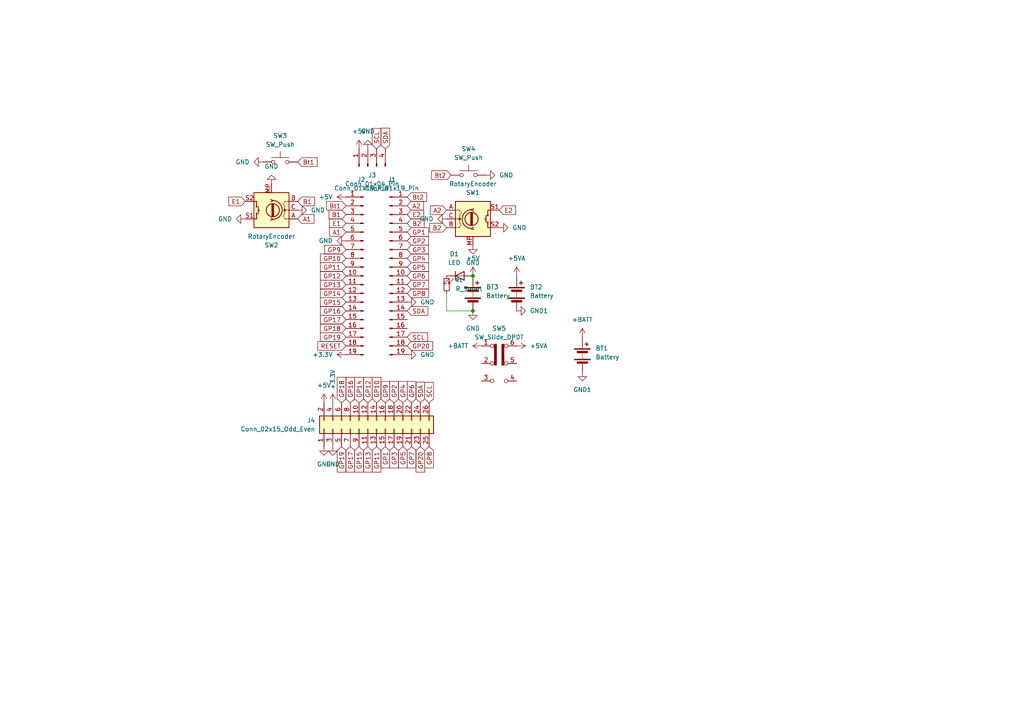
<source format=kicad_sch>
(kicad_sch (version 20250114) (generator "eeschema") (generator_version "9.0")
  (paper "A4")
  (lib_symbols
    (symbol "Connector:Conn_01x04_Pin" (pin_names (offset 1.016) (hide yes))
      (property "Reference" "J" (at 0 5.08 0))
      (property "Value" "Conn_01x04_Pin" (at 0 -7.62 0))
      (symbol "Conn_01x04_Pin_1_1"
        (rectangle (start 0.8636 2.667) (end 0 2.413) (stroke (width 0.1524)) (fill (type outline)))
        (rectangle (start 0.8636 0.127) (end 0 -0.127) (stroke (width 0.1524)) (fill (type outline)))
        (rectangle (start 0.8636 -2.413) (end 0 -2.667) (stroke (width 0.1524)) (fill (type outline)))
        (rectangle (start 0.8636 -4.953) (end 0 -5.207) (stroke (width 0.1524)) (fill (type outline)))
        (polyline (pts (xy 1.27 2.54) (xy 0.8636 2.54)) (stroke (width 0.1524)))
        (polyline (pts (xy 1.27 0) (xy 0.8636 0)) (stroke (width 0.1524)))
        (polyline (pts (xy 1.27 -2.54) (xy 0.8636 -2.54)) (stroke (width 0.1524)))
        (polyline (pts (xy 1.27 -5.08) (xy 0.8636 -5.08)) (stroke (width 0.1524)))
        (pin passive line (at 5.08 2.54 180) (length 3.81) (name "Pin_1") (number "1"))
        (pin passive line (at 5.08 0 180) (length 3.81) (name "Pin_2") (number "2"))
        (pin passive line (at 5.08 -2.54 180) (length 3.81) (name "Pin_3") (number "3"))
        (pin passive line (at 5.08 -5.08 180) (length 3.81) (name "Pin_4") (number "4"))
      )
    )
    (symbol "Connector:Conn_01x19_Pin" (pin_names (offset 1.016) (hide yes))
      (property "Reference" "J" (at 0 25.4 0))
      (property "Value" "Conn_01x19_Pin" (at 0 -25.4 0))
      (symbol "Conn_01x19_Pin_1_1"
        (rectangle (start 0.8636 22.987) (end 0 22.733) (stroke (width 0.1524)) (fill (type outline)))
        (rectangle (start 0.8636 20.447) (end 0 20.193) (stroke (width 0.1524)) (fill (type outline)))
        (rectangle (start 0.8636 17.907) (end 0 17.653) (stroke (width 0.1524)) (fill (type outline)))
        (rectangle (start 0.8636 15.367) (end 0 15.113) (stroke (width 0.1524)) (fill (type outline)))
        (rectangle (start 0.8636 12.827) (end 0 12.573) (stroke (width 0.1524)) (fill (type outline)))
        (rectangle (start 0.8636 10.287) (end 0 10.033) (stroke (width 0.1524)) (fill (type outline)))
        (rectangle (start 0.8636 7.747) (end 0 7.493) (stroke (width 0.1524)) (fill (type outline)))
        (rectangle (start 0.8636 5.207) (end 0 4.953) (stroke (width 0.1524)) (fill (type outline)))
        (rectangle (start 0.8636 2.667) (end 0 2.413) (stroke (width 0.1524)) (fill (type outline)))
        (rectangle (start 0.8636 0.127) (end 0 -0.127) (stroke (width 0.1524)) (fill (type outline)))
        (rectangle (start 0.8636 -2.413) (end 0 -2.667) (stroke (width 0.1524)) (fill (type outline)))
        (rectangle (start 0.8636 -4.953) (end 0 -5.207) (stroke (width 0.1524)) (fill (type outline)))
        (rectangle (start 0.8636 -7.493) (end 0 -7.747) (stroke (width 0.1524)) (fill (type outline)))
        (rectangle (start 0.8636 -10.033) (end 0 -10.287) (stroke (width 0.1524)) (fill (type outline)))
        (rectangle (start 0.8636 -12.573) (end 0 -12.827) (stroke (width 0.1524)) (fill (type outline)))
        (rectangle (start 0.8636 -15.113) (end 0 -15.367) (stroke (width 0.1524)) (fill (type outline)))
        (rectangle (start 0.8636 -17.653) (end 0 -17.907) (stroke (width 0.1524)) (fill (type outline)))
        (rectangle (start 0.8636 -20.193) (end 0 -20.447) (stroke (width 0.1524)) (fill (type outline)))
        (rectangle (start 0.8636 -22.733) (end 0 -22.987) (stroke (width 0.1524)) (fill (type outline)))
        (polyline (pts (xy 1.27 22.86) (xy 0.8636 22.86)) (stroke (width 0.1524)))
        (polyline (pts (xy 1.27 20.32) (xy 0.8636 20.32)) (stroke (width 0.1524)))
        (polyline (pts (xy 1.27 17.78) (xy 0.8636 17.78)) (stroke (width 0.1524)))
        (polyline (pts (xy 1.27 15.24) (xy 0.8636 15.24)) (stroke (width 0.1524)))
        (polyline (pts (xy 1.27 12.7) (xy 0.8636 12.7)) (stroke (width 0.1524)))
        (polyline (pts (xy 1.27 10.16) (xy 0.8636 10.16)) (stroke (width 0.1524)))
        (polyline (pts (xy 1.27 7.62) (xy 0.8636 7.62)) (stroke (width 0.1524)))
        (polyline (pts (xy 1.27 5.08) (xy 0.8636 5.08)) (stroke (width 0.1524)))
        (polyline (pts (xy 1.27 2.54) (xy 0.8636 2.54)) (stroke (width 0.1524)))
        (polyline (pts (xy 1.27 0) (xy 0.8636 0)) (stroke (width 0.1524)))
        (polyline (pts (xy 1.27 -2.54) (xy 0.8636 -2.54)) (stroke (width 0.1524)))
        (polyline (pts (xy 1.27 -5.08) (xy 0.8636 -5.08)) (stroke (width 0.1524)))
        (polyline (pts (xy 1.27 -7.62) (xy 0.8636 -7.62)) (stroke (width 0.1524)))
        (polyline (pts (xy 1.27 -10.16) (xy 0.8636 -10.16)) (stroke (width 0.1524)))
        (polyline (pts (xy 1.27 -12.7) (xy 0.8636 -12.7)) (stroke (width 0.1524)))
        (polyline (pts (xy 1.27 -15.24) (xy 0.8636 -15.24)) (stroke (width 0.1524)))
        (polyline (pts (xy 1.27 -17.78) (xy 0.8636 -17.78)) (stroke (width 0.1524)))
        (polyline (pts (xy 1.27 -20.32) (xy 0.8636 -20.32)) (stroke (width 0.1524)))
        (polyline (pts (xy 1.27 -22.86) (xy 0.8636 -22.86)) (stroke (width 0.1524)))
        (pin passive line (at 5.08 22.86 180) (length 3.81) (name "Pin_1") (number "1"))
        (pin passive line (at 5.08 20.32 180) (length 3.81) (name "Pin_2") (number "2"))
        (pin passive line (at 5.08 17.78 180) (length 3.81) (name "Pin_3") (number "3"))
        (pin passive line (at 5.08 15.24 180) (length 3.81) (name "Pin_4") (number "4"))
        (pin passive line (at 5.08 12.7 180) (length 3.81) (name "Pin_5") (number "5"))
        (pin passive line (at 5.08 10.16 180) (length 3.81) (name "Pin_6") (number "6"))
        (pin passive line (at 5.08 7.62 180) (length 3.81) (name "Pin_7") (number "7"))
        (pin passive line (at 5.08 5.08 180) (length 3.81) (name "Pin_8") (number "8"))
        (pin passive line (at 5.08 2.54 180) (length 3.81) (name "Pin_9") (number "9"))
        (pin passive line (at 5.08 0 180) (length 3.81) (name "Pin_10") (number "10"))
        (pin passive line (at 5.08 -2.54 180) (length 3.81) (name "Pin_11") (number "11"))
        (pin passive line (at 5.08 -5.08 180) (length 3.81) (name "Pin_12") (number "12"))
        (pin passive line (at 5.08 -7.62 180) (length 3.81) (name "Pin_13") (number "13"))
        (pin passive line (at 5.08 -10.16 180) (length 3.81) (name "Pin_14") (number "14"))
        (pin passive line (at 5.08 -12.7 180) (length 3.81) (name "Pin_15") (number "15"))
        (pin passive line (at 5.08 -15.24 180) (length 3.81) (name "Pin_16") (number "16"))
        (pin passive line (at 5.08 -17.78 180) (length 3.81) (name "Pin_17") (number "17"))
        (pin passive line (at 5.08 -20.32 180) (length 3.81) (name "Pin_18") (number "18"))
        (pin passive line (at 5.08 -22.86 180) (length 3.81) (name "Pin_19") (number "19"))
      )
    )
    (symbol "Connector_Generic:Conn_02x13_Odd_Even" (pin_names (offset 1.016) (hide yes))
      (property "Reference" "J" (at 1.27 17.78 0))
      (property "Value" "Conn_02x13_Odd_Even" (at 1.27 -17.78 0))
      (symbol "Conn_02x13_Odd_Even_1_1"
        (rectangle (start -1.27 16.51) (end 3.81 -16.51) (stroke (width 0.254)) (fill (type background)))
        (rectangle (start -1.27 15.367) (end 0 15.113) (stroke (width 0.1524)))
        (rectangle (start -1.27 12.827) (end 0 12.573) (stroke (width 0.1524)))
        (rectangle (start -1.27 10.287) (end 0 10.033) (stroke (width 0.1524)))
        (rectangle (start -1.27 7.747) (end 0 7.493) (stroke (width 0.1524)))
        (rectangle (start -1.27 5.207) (end 0 4.953) (stroke (width 0.1524)))
        (rectangle (start -1.27 2.667) (end 0 2.413) (stroke (width 0.1524)))
        (rectangle (start -1.27 0.127) (end 0 -0.127) (stroke (width 0.1524)))
        (rectangle (start -1.27 -2.413) (end 0 -2.667) (stroke (width 0.1524)))
        (rectangle (start -1.27 -4.953) (end 0 -5.207) (stroke (width 0.1524)))
        (rectangle (start -1.27 -7.493) (end 0 -7.747) (stroke (width 0.1524)))
        (rectangle (start -1.27 -10.033) (end 0 -10.287) (stroke (width 0.1524)))
        (rectangle (start -1.27 -12.573) (end 0 -12.827) (stroke (width 0.1524)))
        (rectangle (start -1.27 -15.113) (end 0 -15.367) (stroke (width 0.1524)))
        (rectangle (start 3.81 15.367) (end 2.54 15.113) (stroke (width 0.1524)))
        (rectangle (start 3.81 12.827) (end 2.54 12.573) (stroke (width 0.1524)))
        (rectangle (start 3.81 10.287) (end 2.54 10.033) (stroke (width 0.1524)))
        (rectangle (start 3.81 7.747) (end 2.54 7.493) (stroke (width 0.1524)))
        (rectangle (start 3.81 5.207) (end 2.54 4.953) (stroke (width 0.1524)))
        (rectangle (start 3.81 2.667) (end 2.54 2.413) (stroke (width 0.1524)))
        (rectangle (start 3.81 0.127) (end 2.54 -0.127) (stroke (width 0.1524)))
        (rectangle (start 3.81 -2.413) (end 2.54 -2.667) (stroke (width 0.1524)))
        (rectangle (start 3.81 -4.953) (end 2.54 -5.207) (stroke (width 0.1524)))
        (rectangle (start 3.81 -7.493) (end 2.54 -7.747) (stroke (width 0.1524)))
        (rectangle (start 3.81 -10.033) (end 2.54 -10.287) (stroke (width 0.1524)))
        (rectangle (start 3.81 -12.573) (end 2.54 -12.827) (stroke (width 0.1524)))
        (rectangle (start 3.81 -15.113) (end 2.54 -15.367) (stroke (width 0.1524)))
        (pin passive line (at -5.08 15.24 0) (length 3.81) (name "Pin_1") (number "1"))
        (pin passive line (at -5.08 12.7 0) (length 3.81) (name "Pin_3") (number "3"))
        (pin passive line (at -5.08 10.16 0) (length 3.81) (name "Pin_5") (number "5"))
        (pin passive line (at -5.08 7.62 0) (length 3.81) (name "Pin_7") (number "7"))
        (pin passive line (at -5.08 5.08 0) (length 3.81) (name "Pin_9") (number "9"))
        (pin passive line (at -5.08 2.54 0) (length 3.81) (name "Pin_11") (number "11"))
        (pin passive line (at -5.08 0 0) (length 3.81) (name "Pin_13") (number "13"))
        (pin passive line (at -5.08 -2.54 0) (length 3.81) (name "Pin_15") (number "15"))
        (pin passive line (at -5.08 -5.08 0) (length 3.81) (name "Pin_17") (number "17"))
        (pin passive line (at -5.08 -7.62 0) (length 3.81) (name "Pin_19") (number "19"))
        (pin passive line (at -5.08 -10.16 0) (length 3.81) (name "Pin_21") (number "21"))
        (pin passive line (at -5.08 -12.7 0) (length 3.81) (name "Pin_23") (number "23"))
        (pin passive line (at -5.08 -15.24 0) (length 3.81) (name "Pin_25") (number "25"))
        (pin passive line (at 7.62 15.24 180) (length 3.81) (name "Pin_2") (number "2"))
        (pin passive line (at 7.62 12.7 180) (length 3.81) (name "Pin_4") (number "4"))
        (pin passive line (at 7.62 10.16 180) (length 3.81) (name "Pin_6") (number "6"))
        (pin passive line (at 7.62 7.62 180) (length 3.81) (name "Pin_8") (number "8"))
        (pin passive line (at 7.62 5.08 180) (length 3.81) (name "Pin_10") (number "10"))
        (pin passive line (at 7.62 2.54 180) (length 3.81) (name "Pin_12") (number "12"))
        (pin passive line (at 7.62 0 180) (length 3.81) (name "Pin_14") (number "14"))
        (pin passive line (at 7.62 -2.54 180) (length 3.81) (name "Pin_16") (number "16"))
        (pin passive line (at 7.62 -5.08 180) (length 3.81) (name "Pin_18") (number "18"))
        (pin passive line (at 7.62 -7.62 180) (length 3.81) (name "Pin_20") (number "20"))
        (pin passive line (at 7.62 -10.16 180) (length 3.81) (name "Pin_22") (number "22"))
        (pin passive line (at 7.62 -12.7 180) (length 3.81) (name "Pin_24") (number "24"))
        (pin passive line (at 7.62 -15.24 180) (length 3.81) (name "Pin_26") (number "26"))
      )
    )
    (symbol "Device:Battery" (pin_numbers (hide yes)) (pin_names (offset 0) (hide yes))
      (property "Reference" "BT" (at 2.54 2.54 0))
      (property "Value" "Battery" (at 2.54 0 0))
      (symbol "Battery_0_1"
        (rectangle (start -2.286 1.778) (end 2.286 1.524) (fill (type outline)))
        (rectangle (start -2.286 -1.27) (end 2.286 -1.524) (fill (type outline)))
        (rectangle (start -1.524 1.016) (end 1.524 0.508) (fill (type outline)))
        (rectangle (start -1.524 -2.032) (end 1.524 -2.54) (fill (type outline)))
        (polyline (pts (xy 0 1.778) (xy 0 2.54)))
        (polyline (pts (xy 0 0) (xy 0 0.254)))
        (polyline (pts (xy 0 -0.508) (xy 0 -0.254)))
        (polyline (pts (xy 0 -1.016) (xy 0 -0.762)))
        (polyline (pts (xy 0.762 3.048) (xy 1.778 3.048)) (stroke (width 0.254)))
        (polyline (pts (xy 1.27 3.556) (xy 1.27 2.54)) (stroke (width 0.254)))
      )
      (symbol "Battery_1_1"
        (pin passive line (at 0 5.08 270) (length 2.54) (name "+") (number "1"))
        (pin passive line (at 0 -5.08 90) (length 2.54) (name "-") (number "2"))
      )
    )
    (symbol "Device:LED" (pin_numbers (hide yes)) (pin_names (offset 1.016) (hide yes))
      (property "Reference" "D" (at 0 2.54 0))
      (property "Value" "LED" (at 0 -2.54 0))
      (symbol "LED_0_1"
        (polyline (pts (xy -3.048 -0.762) (xy -4.572 -2.286) (xy -3.81 -2.286) (xy -4.572 -2.286) (xy -4.572 -1.524)))
        (polyline (pts (xy -1.778 -0.762) (xy -3.302 -2.286) (xy -2.54 -2.286) (xy -3.302 -2.286) (xy -3.302 -1.524)))
        (polyline (pts (xy -1.27 0) (xy 1.27 0)))
        (polyline (pts (xy -1.27 -1.27) (xy -1.27 1.27)) (stroke (width 0.254)))
        (polyline (pts (xy 1.27 -1.27) (xy 1.27 1.27) (xy -1.27 0) (xy 1.27 -1.27)) (stroke (width 0.254)))
      )
      (symbol "LED_1_1"
        (pin passive line (at -3.81 0 0) (length 2.54) (name "K") (number "1"))
        (pin passive line (at 3.81 0 180) (length 2.54) (name "A") (number "2"))
      )
    )
    (symbol "Device:R_Small" (pin_numbers (hide yes)) (pin_names (offset 0.254) (hide yes))
      (property "Reference" "R" (at 0 0 90))
      (property "Value" "R_Small" (at 1.778 0 90))
      (symbol "R_Small_0_1"
        (rectangle (start -0.762 1.778) (end 0.762 -1.778) (stroke (width 0.2032)))
      )
      (symbol "R_Small_1_1"
        (pin passive line (at 0 2.54 270) (length 0.762) (name "~") (number "1"))
        (pin passive line (at 0 -2.54 90) (length 0.762) (name "~") (number "2"))
      )
    )
    (symbol "Device:RotaryEncoder_Switch_MP" (pin_names (offset 0.254) (hide yes))
      (property "Reference" "SW" (at 0 8.89 0))
      (property "Value" "RotaryEncoder_Switch_MP" (at 0 6.35 0))
      (symbol "RotaryEncoder_Switch_MP_0_1"
        (rectangle (start -5.08 5.08) (end 5.08 -5.08) (stroke (width 0.254)) (fill (type background)))
        (polyline (pts (xy -5.08 2.54) (xy -3.81 2.54) (xy -3.81 2.032)))
        (polyline (pts (xy -5.08 0) (xy -3.81 0) (xy -3.81 -1.016) (xy -3.302 -2.032)))
        (polyline (pts (xy -5.08 -2.54) (xy -3.81 -2.54) (xy -3.81 -2.032)))
        (polyline (pts (xy -4.318 0) (xy -3.81 0) (xy -3.81 1.016) (xy -3.302 2.032)))
        (circle (center -3.81 0) (radius 0.254) (fill (type outline)))
        (polyline (pts (xy -0.635 -1.778) (xy -0.635 1.778)) (stroke (width 0.254)))
        (circle (center -0.381 0) (radius 1.905) (stroke (width 0.254)))
        (polyline (pts (xy -0.381 -1.778) (xy -0.381 1.778)) (stroke (width 0.254)))
        (arc (start -0.381 -2.794) (mid -3.0988 -0.0635) (end -0.381 2.667) (stroke (width 0.254)))
        (polyline (pts (xy -0.127 1.778) (xy -0.127 -1.778)) (stroke (width 0.254)))
        (polyline (pts (xy 0.254 2.921) (xy -0.508 2.667) (xy 0.127 2.286)) (stroke (width 0.254)))
        (polyline (pts (xy 0.254 -3.048) (xy -0.508 -2.794) (xy 0.127 -2.413)) (stroke (width 0.254)))
        (polyline (pts (xy 3.81 1.016) (xy 3.81 -1.016)) (stroke (width 0.254)))
        (polyline (pts (xy 3.81 0) (xy 3.429 0)) (stroke (width 0.254)))
        (circle (center 4.318 1.016) (radius 0.127) (stroke (width 0.254)))
        (circle (center 4.318 -1.016) (radius 0.127) (stroke (width 0.254)))
        (polyline (pts (xy 5.08 2.54) (xy 4.318 2.54) (xy 4.318 1.016)) (stroke (width 0.254)))
        (polyline (pts (xy 5.08 -2.54) (xy 4.318 -2.54) (xy 4.318 -1.016)) (stroke (width 0.254)))
      )
      (symbol "RotaryEncoder_Switch_MP_1_1"
        (pin passive line (at -7.62 2.54 0) (length 2.54) (name "A") (number "A"))
        (pin passive line (at -7.62 0 0) (length 2.54) (name "C") (number "C"))
        (pin passive line (at -7.62 -2.54 0) (length 2.54) (name "B") (number "B"))
        (pin passive line (at 0 -7.62 90) (length 2.54) (name "MP") (number "MP"))
        (pin passive line (at 7.62 2.54 180) (length 2.54) (name "S1") (number "S1"))
        (pin passive line (at 7.62 -2.54 180) (length 2.54) (name "S2") (number "S2"))
      )
    )
    (symbol "Switch:SW_Push" (pin_numbers (hide yes)) (pin_names (offset 1.016) (hide yes))
      (property "Reference" "SW" (at 1.27 2.54 0))
      (property "Value" "SW_Push" (at 0 -1.524 0))
      (symbol "SW_Push_0_1"
        (circle (center -2.032 0) (radius 0.508))
        (polyline (pts (xy 0 1.27) (xy 0 3.048)))
        (circle (center 2.032 0) (radius 0.508))
        (polyline (pts (xy 2.54 1.27) (xy -2.54 1.27)))
        (pin passive line (at -5.08 0 0) (length 2.54) (name "1") (number "1"))
        (pin passive line (at 5.08 0 180) (length 2.54) (name "2") (number "2"))
      )
    )
    (symbol "Switch:SW_Slide_DPDT" (pin_names (offset 0) (hide yes))
      (property "Reference" "SW" (at 0 6.858 0))
      (property "Value" "SW_Slide_DPDT" (at 0 -8.128 0))
      (symbol "SW_Slide_DPDT_0_0"
        (circle (center -2.032 5.08) (radius 0.508))
        (circle (center -2.032 -5.08) (radius 0.508))
        (circle (center 2.032 0) (radius 0.508))
        (circle (center 2.032 -5.08) (radius 0.508))
      )
      (symbol "SW_Slide_DPDT_0_1"
        (circle (center -2.032 0) (radius 0.508))
        (circle (center 2.032 5.08) (radius 0.508))
      )
      (symbol "SW_Slide_DPDT_1_1"
        (rectangle (start -1.397 5.588) (end -0.762 -0.508) (fill (type outline)))
        (rectangle (start 0.762 5.588) (end 1.397 -0.508) (fill (type outline)))
        (pin passive line (at -5.08 5.08 0) (length 2.54) (name "A") (number "1"))
        (pin passive line (at -5.08 0 0) (length 2.54) (name "B") (number "2"))
        (pin passive line (at -5.08 -5.08 0) (length 2.54) (name "C") (number "3"))
        (pin passive line (at 5.08 5.08 180) (length 2.54) (name "C") (number "6"))
        (pin passive line (at 5.08 0 180) (length 2.54) (name "B") (number "5"))
        (pin passive line (at 5.08 -5.08 180) (length 2.54) (name "A") (number "4"))
      )
    )
    (symbol "power:+3.3V" (power) (pin_numbers (hide yes)) (pin_names (offset 0) (hide yes))
      (property "Value" "+3.3V" (at 0 3.556 0))
      (symbol "+3.3V_0_1"
        (polyline (pts (xy -0.762 1.27) (xy 0 2.54)))
        (polyline (pts (xy 0 2.54) (xy 0.762 1.27)))
        (polyline (pts (xy 0 0) (xy 0 2.54)))
      )
      (symbol "+3.3V_1_1"
        (pin power_in line (at 0 0 90) (length 0) (name "~") (number "1"))
      )
    )
    (symbol "power:+5V" (power) (pin_numbers (hide yes)) (pin_names (offset 0) (hide yes))
      (property "Value" "+5V" (at 0 3.556 0))
      (symbol "+5V_0_1"
        (polyline (pts (xy -0.762 1.27) (xy 0 2.54)))
        (polyline (pts (xy 0 2.54) (xy 0.762 1.27)))
        (polyline (pts (xy 0 0) (xy 0 2.54)))
      )
      (symbol "+5V_1_1"
        (pin power_in line (at 0 0 90) (length 0) (name "~") (number "1"))
      )
    )
    (symbol "power:+5VA" (power) (pin_numbers (hide yes)) (pin_names (offset 0) (hide yes))
      (property "Value" "+5VA" (at 0 3.556 0))
      (symbol "+5VA_0_1"
        (polyline (pts (xy -0.762 1.27) (xy 0 2.54)))
        (polyline (pts (xy 0 2.54) (xy 0.762 1.27)))
        (polyline (pts (xy 0 0) (xy 0 2.54)))
      )
      (symbol "+5VA_1_1"
        (pin power_in line (at 0 0 90) (length 0) (name "~") (number "1"))
      )
    )
    (symbol "power:+BATT" (power) (pin_numbers (hide yes)) (pin_names (offset 0) (hide yes))
      (property "Value" "+BATT" (at 0 3.556 0))
      (symbol "+BATT_0_1"
        (polyline (pts (xy -0.762 1.27) (xy 0 2.54)))
        (polyline (pts (xy 0 2.54) (xy 0.762 1.27)))
        (polyline (pts (xy 0 0) (xy 0 2.54)))
      )
      (symbol "+BATT_1_1"
        (pin power_in line (at 0 0 90) (length 0) (name "~") (number "1"))
      )
    )
    (symbol "power:GND" (power) (pin_numbers (hide yes)) (pin_names (offset 0) (hide yes))
      (property "Value" "GND" (at 0 -3.81 0))
      (symbol "GND_0_1"
        (polyline (pts (xy 0 0) (xy 0 -1.27) (xy 1.27 -1.27) (xy 0 -2.54) (xy -1.27 -1.27) (xy 0 -1.27)))
      )
      (symbol "GND_1_1"
        (pin power_in line (at 0 0 270) (length 0) (name "~") (number "1"))
      )
    )
    (symbol "power:GND1" (power) (pin_numbers (hide yes)) (pin_names (offset 0) (hide yes))
      (property "Value" "GND1" (at 0 -3.81 0))
      (symbol "GND1_0_1"
        (polyline (pts (xy 0 0) (xy 0 -1.27) (xy 1.27 -1.27) (xy 0 -2.54) (xy -1.27 -1.27) (xy 0 -1.27)))
      )
      (symbol "GND1_1_1"
        (pin power_in line (at 0 0 270) (length 0) (name "~") (number "1"))
      )
    )
  )
  (junction (at 137.16 80.01))
  (junction (at 137.16 90.17))
  (wire (pts (xy 129.54 85.09) (xy 129.54 90.17)))
  (wire (pts (xy 129.54 90.17) (xy 137.16 90.17)))
  (global_label "GP10" (shape input) (at 100.33 74.93 180) (property "Intersheetrefs" "${INTERSHEET_REFS}" (effects (hide yes))))
  (global_label "E2" (shape input) (at 144.78 60.96 0) (property "Intersheetrefs" "${INTERSHEET_REFS}" (effects (hide yes))))
  (global_label "GP13" (shape input) (at 106.68 129.54 270) (property "Intersheetrefs" "${INTERSHEET_REFS}" (effects (hide yes))))
  (global_label "A1" (shape input) (at 86.36 63.5 0) (property "Intersheetrefs" "${INTERSHEET_REFS}" (effects (hide yes))))
  (global_label "GP14" (shape input) (at 100.33 85.09 180) (property "Intersheetrefs" "${INTERSHEET_REFS}" (effects (hide yes))))
  (global_label "SDA" (shape input) (at 121.92 116.84 90) (property "Intersheetrefs" "${INTERSHEET_REFS}" (effects (hide yes))))
  (global_label "GP8" (shape input) (at 118.11 85.09 0) (property "Intersheetrefs" "${INTERSHEET_REFS}" (effects (hide yes))))
  (global_label "GP4" (shape input) (at 116.84 116.84 90) (property "Intersheetrefs" "${INTERSHEET_REFS}" (effects (hide yes))))
  (global_label "GP3" (shape input) (at 114.3 129.54 270) (property "Intersheetrefs" "${INTERSHEET_REFS}" (effects (hide yes))))
  (global_label "SDA" (shape input) (at 111.76 43.18 90) (property "Intersheetrefs" "${INTERSHEET_REFS}" (effects (hide yes))))
  (global_label "SCL" (shape input) (at 124.46 116.84 90) (property "Intersheetrefs" "${INTERSHEET_REFS}" (effects (hide yes))))
  (global_label "GP15" (shape input) (at 104.14 129.54 270) (property "Intersheetrefs" "${INTERSHEET_REFS}" (effects (hide yes))))
  (global_label "Bt1" (shape input) (at 86.36 46.99 0) (property "Intersheetrefs" "${INTERSHEET_REFS}" (effects (hide yes))))
  (global_label "GP15" (shape input) (at 100.33 87.63 180) (property "Intersheetrefs" "${INTERSHEET_REFS}" (effects (hide yes))))
  (global_label "A2" (shape input) (at 129.54 60.96 180) (property "Intersheetrefs" "${INTERSHEET_REFS}" (effects (hide yes))))
  (global_label "SCL" (shape input) (at 109.22 43.18 90) (property "Intersheetrefs" "${INTERSHEET_REFS}" (effects (hide yes))))
  (global_label "GP5" (shape input) (at 118.11 77.47 0) (property "Intersheetrefs" "${INTERSHEET_REFS}" (effects (hide yes))))
  (global_label "GP7" (shape input) (at 118.11 82.55 0) (property "Intersheetrefs" "${INTERSHEET_REFS}" (effects (hide yes))))
  (global_label "A2" (shape input) (at 118.11 59.69 0) (property "Intersheetrefs" "${INTERSHEET_REFS}" (effects (hide yes))))
  (global_label "GP6" (shape input) (at 119.38 116.84 90) (property "Intersheetrefs" "${INTERSHEET_REFS}" (effects (hide yes))))
  (global_label "GP12" (shape input) (at 100.33 80.01 180) (property "Intersheetrefs" "${INTERSHEET_REFS}" (effects (hide yes))))
  (global_label "GP10" (shape input) (at 109.22 116.84 90) (property "Intersheetrefs" "${INTERSHEET_REFS}" (effects (hide yes))))
  (global_label "GP20" (shape input) (at 121.92 129.54 270) (property "Intersheetrefs" "${INTERSHEET_REFS}" (effects (hide yes))))
  (global_label "B1" (shape input) (at 86.36 58.42 0) (property "Intersheetrefs" "${INTERSHEET_REFS}" (effects (hide yes))))
  (global_label "E2" (shape input) (at 118.11 62.23 0) (property "Intersheetrefs" "${INTERSHEET_REFS}" (effects (hide yes))))
  (global_label "GP11" (shape input) (at 109.22 129.54 270) (property "Intersheetrefs" "${INTERSHEET_REFS}" (effects (hide yes))))
  (global_label "GP20" (shape input) (at 118.11 100.33 0) (property "Intersheetrefs" "${INTERSHEET_REFS}" (effects (hide yes))))
  (global_label "GP16" (shape input) (at 101.6 116.84 90) (property "Intersheetrefs" "${INTERSHEET_REFS}" (effects (hide yes))))
  (global_label "GP6" (shape input) (at 118.11 80.01 0) (property "Intersheetrefs" "${INTERSHEET_REFS}" (effects (hide yes))))
  (global_label "GP1" (shape input) (at 111.76 129.54 270) (property "Intersheetrefs" "${INTERSHEET_REFS}" (effects (hide yes))))
  (global_label "GP2" (shape input) (at 118.11 69.85 0) (property "Intersheetrefs" "${INTERSHEET_REFS}" (effects (hide yes))))
  (global_label "GP2" (shape input) (at 114.3 116.84 90) (property "Intersheetrefs" "${INTERSHEET_REFS}" (effects (hide yes))))
  (global_label "GP17" (shape input) (at 101.6 129.54 270) (property "Intersheetrefs" "${INTERSHEET_REFS}" (effects (hide yes))))
  (global_label "GP4" (shape input) (at 118.11 74.93 0) (property "Intersheetrefs" "${INTERSHEET_REFS}" (effects (hide yes))))
  (global_label "B2" (shape input) (at 129.54 66.04 180) (property "Intersheetrefs" "${INTERSHEET_REFS}" (effects (hide yes))))
  (global_label "Bt1" (shape input) (at 100.33 59.69 180) (property "Intersheetrefs" "${INTERSHEET_REFS}" (effects (hide yes))))
  (global_label "B1" (shape input) (at 100.33 62.23 180) (property "Intersheetrefs" "${INTERSHEET_REFS}" (effects (hide yes))))
  (global_label "GP1" (shape input) (at 118.11 67.31 0) (property "Intersheetrefs" "${INTERSHEET_REFS}" (effects (hide yes))))
  (global_label "GP16" (shape input) (at 100.33 90.17 180) (property "Intersheetrefs" "${INTERSHEET_REFS}" (effects (hide yes))))
  (global_label "E1" (shape input) (at 100.33 64.77 180) (property "Intersheetrefs" "${INTERSHEET_REFS}" (effects (hide yes))))
  (global_label "GP7" (shape input) (at 119.38 129.54 270) (property "Intersheetrefs" "${INTERSHEET_REFS}" (effects (hide yes))))
  (global_label "SCL" (shape input) (at 118.11 97.79 0) (property "Intersheetrefs" "${INTERSHEET_REFS}" (effects (hide yes))))
  (global_label "B2" (shape input) (at 118.11 64.77 0) (property "Intersheetrefs" "${INTERSHEET_REFS}" (effects (hide yes))))
  (global_label "GP12" (shape input) (at 106.68 116.84 90) (property "Intersheetrefs" "${INTERSHEET_REFS}" (effects (hide yes))))
  (global_label "GP8" (shape input) (at 124.46 129.54 270) (property "Intersheetrefs" "${INTERSHEET_REFS}" (effects (hide yes))))
  (global_label "GP19" (shape input) (at 100.33 97.79 180) (property "Intersheetrefs" "${INTERSHEET_REFS}" (effects (hide yes))))
  (global_label "RESET" (shape input) (at 100.33 100.33 180) (property "Intersheetrefs" "${INTERSHEET_REFS}" (effects (hide yes))))
  (global_label "GP18" (shape input) (at 100.33 95.25 180) (property "Intersheetrefs" "${INTERSHEET_REFS}" (effects (hide yes))))
  (global_label "GP3" (shape input) (at 118.11 72.39 0) (property "Intersheetrefs" "${INTERSHEET_REFS}" (effects (hide yes))))
  (global_label "GP18" (shape input) (at 99.06 116.84 90) (property "Intersheetrefs" "${INTERSHEET_REFS}" (effects (hide yes))))
  (global_label "Bt2" (shape input) (at 130.81 50.8 180) (property "Intersheetrefs" "${INTERSHEET_REFS}" (effects (hide yes))))
  (global_label "GP11" (shape input) (at 100.33 77.47 180) (property "Intersheetrefs" "${INTERSHEET_REFS}" (effects (hide yes))))
  (global_label "GP19" (shape input) (at 99.06 129.54 270) (property "Intersheetrefs" "${INTERSHEET_REFS}" (effects (hide yes))))
  (global_label "GP9" (shape input) (at 100.33 72.39 180) (property "Intersheetrefs" "${INTERSHEET_REFS}" (effects (hide yes))))
  (global_label "E1" (shape input) (at 71.12 58.42 180) (property "Intersheetrefs" "${INTERSHEET_REFS}" (effects (hide yes))))
  (global_label "SDA" (shape input) (at 118.11 90.17 0) (property "Intersheetrefs" "${INTERSHEET_REFS}" (effects (hide yes))))
  (global_label "GP5" (shape input) (at 116.84 129.54 270) (property "Intersheetrefs" "${INTERSHEET_REFS}" (effects (hide yes))))
  (global_label "GP14" (shape input) (at 104.14 116.84 90) (property "Intersheetrefs" "${INTERSHEET_REFS}" (effects (hide yes))))
  (global_label "A1" (shape input) (at 100.33 67.31 180) (property "Intersheetrefs" "${INTERSHEET_REFS}" (effects (hide yes))))
  (global_label "Bt2" (shape input) (at 118.11 57.15 0) (property "Intersheetrefs" "${INTERSHEET_REFS}" (effects (hide yes))))
  (global_label "GP9" (shape input) (at 111.76 116.84 90) (property "Intersheetrefs" "${INTERSHEET_REFS}" (effects (hide yes))))
  (global_label "GP17" (shape input) (at 100.33 92.71 180) (property "Intersheetrefs" "${INTERSHEET_REFS}" (effects (hide yes))))
  (global_label "GP13" (shape input) (at 100.33 82.55 180) (property "Intersheetrefs" "${INTERSHEET_REFS}" (effects (hide yes))))
  (symbol (lib_id "Device:LED") (at 133.35 80.01 0) (unit 1)
    (property "Reference" "D1" (at 131.7625 73.66 0))
    (property "Value" "LED" (at 131.7625 76.2 0))
    (property "Footprint" "LED_THT:LED_D3.0mm" (effects (hide yes)))
    (property "Description" "Light emitting diode" (effects (hide yes)))
    (property "Sim.Pins" "1=K 2=A" (effects (hide yes)))
  )
  (symbol (lib_id "power:GND1") (at 149.86 90.17 90) (unit 1)
    (property "Reference" "#PWR023" (effects (hide yes)))
    (property "Value" "GND1" (at 153.67 90.1699 90) (effects (justify right)))
    (property "Description" "Power symbol creates a global label with name \"GND1\" , ground" (effects (hide yes)))
  )
  (symbol (lib_id "power:GND") (at 76.2 46.99 270) (unit 1)
    (property "Reference" "#PWR09" (effects (hide yes)))
    (property "Value" "GND" (at 72.39 46.9899 90) (effects (justify right)))
    (property "Description" "Power symbol creates a global label with name \"GND\" , ground" (effects (hide yes)))
  )
  (symbol (lib_id "power:GND") (at 71.12 63.5 270) (unit 1)
    (property "Reference" "#PWR013" (effects (hide yes)))
    (property "Value" "GND" (at 67.31 63.4999 90) (effects (justify right)))
    (property "Description" "Power symbol creates a global label with name \"GND\" , ground" (effects (hide yes)))
  )
  (symbol (lib_id "Device:Battery") (at 149.86 85.09 0) (unit 1)
    (property "Reference" "BT2" (at 153.67 83.2484 0) (effects (justify left)))
    (property "Value" "Battery" (at 153.67 85.7884 0) (effects (justify left)))
    (property "Footprint" "Connector_PinSocket_2.54mm:PinSocket_1x02_P2.54mm_Vertical" (effects (hide yes)))
    (property "Description" "Multiple-cell battery" (effects (hide yes)))
  )
  (symbol (lib_id "Connector:Conn_01x19_Pin") (at 113.03 80.01 0) (unit 1)
    (property "Reference" "J1" (at 113.665 52.07 0))
    (property "Value" "Conn_01x19_Pin" (at 113.665 54.61 0))
    (property "Footprint" "Connector_PinSocket_2.54mm:PinSocket_1x19_P2.54mm_Vertical" (effects (hide yes)))
    (property "Description" "Generic connector, single row, 01x19, script generated" (effects (hide yes)))
  )
  (symbol (lib_id "Switch:SW_Push") (at 135.89 50.8 0) (unit 1)
    (property "Reference" "SW4" (at 135.89 43.18 0))
    (property "Value" "SW_Push" (at 135.89 45.72 0))
    (property "Footprint" "Taranium-libs:Button-6mm-2pin-tht" (effects (hide yes)))
    (property "Description" "Push button switch, generic, two pins" (effects (hide yes)))
  )
  (symbol (lib_id "power:GND") (at 100.33 69.85 270) (unit 1)
    (property "Reference" "#PWR05" (effects (hide yes)))
    (property "Value" "GND" (at 96.52 69.8499 90) (effects (justify right)))
    (property "Description" "Power symbol creates a global label with name \"GND\" , ground" (effects (hide yes)))
  )
  (symbol (lib_id "power:GND") (at 137.16 71.12 0) (unit 1)
    (property "Reference" "#PWR011" (effects (hide yes)))
    (property "Value" "GND" (at 137.16 76.2 0))
    (property "Description" "Power symbol creates a global label with name \"GND\" , ground" (effects (hide yes)))
  )
  (symbol (lib_id "power:GND") (at 144.78 66.04 90) (unit 1)
    (property "Reference" "#PWR012" (effects (hide yes)))
    (property "Value" "GND" (at 148.59 66.0399 90) (effects (justify right)))
    (property "Description" "Power symbol creates a global label with name \"GND\" , ground" (effects (hide yes)))
  )
  (symbol (lib_id "power:GND") (at 106.68 43.18 180) (unit 1)
    (property "Reference" "#PWR015" (effects (hide yes)))
    (property "Value" "GND" (at 106.68 38.1 0))
    (property "Description" "Power symbol creates a global label with name \"GND\" , ground" (effects (hide yes)))
  )
  (symbol (lib_id "Switch:SW_Push") (at 81.28 46.99 0) (unit 1)
    (property "Reference" "SW3" (at 81.28 39.37 0))
    (property "Value" "SW_Push" (at 81.28 41.91 0))
    (property "Footprint" "Taranium-libs:Button-6mm-2pin-tht" (effects (hide yes)))
    (property "Description" "Push button switch, generic, two pins" (effects (hide yes)))
  )
  (symbol (lib_id "power:+3.3V") (at 100.33 102.87 90) (unit 1)
    (property "Reference" "#PWR03" (effects (hide yes)))
    (property "Value" "+3.3V" (at 96.52 102.8699 90) (effects (justify left)))
    (property "Description" "Power symbol creates a global label with name \"+3.3V\"" (effects (hide yes)))
  )
  (symbol (lib_id "power:GND") (at 96.52 129.54 0) (unit 1)
    (property "Reference" "#PWR018" (effects (hide yes)))
    (property "Value" "GND" (at 96.52 134.62 0))
    (property "Description" "Power symbol creates a global label with name \"GND\" , ground" (effects (hide yes)))
  )
  (symbol (lib_id "power:GND") (at 137.16 90.17 0) (unit 1)
    (property "Reference" "#PWR027" (effects (hide yes)))
    (property "Value" "GND" (at 137.16 95.25 0))
    (property "Description" "Power symbol creates a global label with name \"GND\" , ground" (effects (hide yes)))
  )
  (symbol (lib_id "power:GND") (at 78.74 53.34 180) (unit 1)
    (property "Reference" "#PWR010" (effects (hide yes)))
    (property "Value" "GND" (at 78.74 48.26 0))
    (property "Description" "Power symbol creates a global label with name \"GND\" , ground" (effects (hide yes)))
  )
  (symbol (lib_id "Device:RotaryEncoder_Switch_MP") (at 78.74 60.96 180) (unit 1)
    (property "Reference" "SW2" (at 78.74 71.12 0))
    (property "Value" "RotaryEncoder" (at 78.74 68.58 0))
    (property "Footprint" "Taranium-libs:EC11-Horizontal" (effects (hide yes)))
    (property "Description" "Rotary encoder, dual channel, incremental quadrate outputs, with switch and MP Pin" (effects (hide yes)))
  )
  (symbol (lib_id "power:GND") (at 118.11 102.87 90) (unit 1)
    (property "Reference" "#PWR04" (effects (hide yes)))
    (property "Value" "GND" (at 121.92 102.8699 90) (effects (justify right)))
    (property "Description" "Power symbol creates a global label with name \"GND\" , ground" (effects (hide yes)))
  )
  (symbol (lib_id "Device:Battery") (at 168.91 102.87 0) (unit 1)
    (property "Reference" "BT1" (at 172.72 101.0284 0) (effects (justify left)))
    (property "Value" "Battery" (at 172.72 103.5684 0) (effects (justify left)))
    (property "Footprint" "Connector_JST:JST_XH_B2B-XH-A_1x02_P2.50mm_Vertical" (effects (hide yes)))
    (property "Description" "Multiple-cell battery" (effects (hide yes)))
  )
  (symbol (lib_id "power:GND") (at 93.98 129.54 0) (unit 1)
    (property "Reference" "#PWR019" (effects (hide yes)))
    (property "Value" "GND" (at 93.98 134.62 0))
    (property "Description" "Power symbol creates a global label with name \"GND\" , ground" (effects (hide yes)))
  )
  (symbol (lib_id "power:+5V") (at 93.98 116.84 0) (unit 1)
    (property "Reference" "#PWR016" (effects (hide yes)))
    (property "Value" "+5V" (at 93.98 111.76 0))
    (property "Description" "Power symbol creates a global label with name \"+5V\"" (effects (hide yes)))
  )
  (symbol (lib_id "power:+5V") (at 104.14 43.18 0) (unit 1)
    (property "Reference" "#PWR014" (effects (hide yes)))
    (property "Value" "+5V" (at 104.14 38.1 0))
    (property "Description" "Power symbol creates a global label with name \"+5V\"" (effects (hide yes)))
  )
  (symbol (lib_id "Connector:Conn_01x04_Pin") (at 106.68 48.26 90) (unit 1)
    (property "Reference" "J3" (at 107.95 50.8 90))
    (property "Value" "Conn_01x04_Pin" (at 107.95 53.34 90))
    (property "Footprint" "Taranium-libs:MODULE_DM-OLED096-636" (effects (hide yes)))
    (property "Description" "Generic connector, single row, 01x04, script generated" (effects (hide yes)))
  )
  (symbol (lib_id "power:+BATT") (at 139.7 100.33 90) (unit 1)
    (property "Reference" "#PWR022" (effects (hide yes)))
    (property "Value" "+BATT" (at 135.89 100.3301 90) (effects (justify left)))
    (property "Description" "Power symbol creates a global label with name \"+BATT\"" (effects (hide yes)))
  )
  (symbol (lib_id "power:+5V") (at 100.33 57.15 90) (unit 1)
    (property "Reference" "#PWR02" (effects (hide yes)))
    (property "Value" "+5V" (at 96.52 57.1499 90) (effects (justify left)))
    (property "Description" "Power symbol creates a global label with name \"+5V\"" (effects (hide yes)))
  )
  (symbol (lib_id "power:+5V") (at 137.16 80.01 0) (unit 1)
    (property "Reference" "#PWR026" (effects (hide yes)))
    (property "Value" "+5V" (at 137.16 74.93 0))
    (property "Description" "Power symbol creates a global label with name \"+5V\"" (effects (hide yes)))
  )
  (symbol (lib_id "power:GND1") (at 168.91 107.95 0) (unit 1)
    (property "Reference" "#PWR021" (effects (hide yes)))
    (property "Value" "GND1" (at 168.91 113.03 0))
    (property "Description" "Power symbol creates a global label with name \"GND1\" , ground" (effects (hide yes)))
  )
  (symbol (lib_id "Device:R_Small") (at 129.54 82.55 0) (unit 1)
    (property "Reference" "R1" (at 132.08 81.2799 0) (effects (font (size 1.016 1.016)) (justify left)))
    (property "Value" "R_Small" (at 132.08 83.8199 0) (effects (justify left)))
    (property "Footprint" "Resistor_THT:R_Axial_DIN0204_L3.6mm_D1.6mm_P5.08mm_Horizontal" (effects (hide yes)))
    (property "Description" "Resistor, small symbol" (effects (hide yes)))
  )
  (symbol (lib_id "power:GND") (at 86.36 60.96 90) (unit 1)
    (property "Reference" "#PWR06" (effects (hide yes)))
    (property "Value" "GND" (at 90.17 60.9599 90) (effects (justify right)))
    (property "Description" "Power symbol creates a global label with name \"GND\" , ground" (effects (hide yes)))
  )
  (symbol (lib_id "power:+BATT") (at 168.91 97.79 0) (unit 1)
    (property "Reference" "#PWR020" (effects (hide yes)))
    (property "Value" "+BATT" (at 168.91 92.71 0))
    (property "Description" "Power symbol creates a global label with name \"+BATT\"" (effects (hide yes)))
  )
  (symbol (lib_id "Device:RotaryEncoder_Switch_MP") (at 137.16 63.5 0) (unit 1)
    (property "Reference" "SW1" (at 137.16 55.88 0))
    (property "Value" "RotaryEncoder" (at 137.16 53.34 0))
    (property "Footprint" "Taranium-libs:EC11-Horizontal" (effects (hide yes)))
    (property "Description" "Rotary encoder, dual channel, incremental quadrate outputs, with switch and MP Pin" (effects (hide yes)))
  )
  (symbol (lib_id "power:+3.3V") (at 96.52 116.84 0) (unit 1)
    (property "Reference" "#PWR017" (effects (hide yes)))
    (property "Value" "+3.3V" (at 96.5201 113.03 90) (effects (justify left)))
    (property "Description" "Power symbol creates a global label with name \"+3.3V\"" (effects (hide yes)))
  )
  (symbol (lib_id "power:+5VA") (at 149.86 100.33 270) (unit 1)
    (property "Reference" "#PWR024" (effects (hide yes)))
    (property "Value" "+5VA" (at 153.67 100.3301 90) (effects (justify left)))
    (property "Description" "Power symbol creates a global label with name \"+5VA\"" (effects (hide yes)))
  )
  (symbol (lib_id "Connector_Generic:Conn_02x13_Odd_Even") (at 109.22 124.46 90) (unit 1)
    (property "Reference" "J4" (at 91.44 121.9199 90) (effects (justify left)))
    (property "Value" "Conn_02x15_Odd_Even" (at 91.44 124.4599 90) (effects (justify left)))
    (property "Footprint" "Connector_PinHeader_2.54mm:PinHeader_2x13_P2.54mm_Vertical" (effects (hide yes)))
    (property "Description" "Generic connector, double row, 02x13, odd/even pin numbering scheme (row 1 odd numbers, row 2 even numbers), script generated (kicad-library-utils/schlib/autogen/connector/)" (effects (hide yes)))
  )
  (symbol (lib_id "Device:Battery") (at 137.16 85.09 0) (unit 1)
    (property "Reference" "BT3" (at 140.97 83.2484 0) (effects (justify left)))
    (property "Value" "Battery" (at 140.97 85.7884 0) (effects (justify left)))
    (property "Footprint" "Connector_PinSocket_2.54mm:PinSocket_1x02_P2.54mm_Vertical" (effects (hide yes)))
    (property "Description" "Multiple-cell battery" (effects (hide yes)))
  )
  (symbol (lib_id "power:GND") (at 118.11 87.63 90) (unit 1)
    (property "Reference" "#PWR01" (effects (hide yes)))
    (property "Value" "GND" (at 121.92 87.6299 90) (effects (justify right)))
    (property "Description" "Power symbol creates a global label with name \"GND\" , ground" (effects (hide yes)))
  )
  (symbol (lib_id "power:GND") (at 140.97 50.8 90) (unit 1)
    (property "Reference" "#PWR08" (effects (hide yes)))
    (property "Value" "GND" (at 144.78 50.7999 90) (effects (justify right)))
    (property "Description" "Power symbol creates a global label with name \"GND\" , ground" (effects (hide yes)))
  )
  (symbol (lib_id "Switch:SW_Slide_DPDT") (at 144.78 105.41 0) (unit 1)
    (property "Reference" "SW5" (at 144.78 95.25 0))
    (property "Value" "SW_Slide_DPDT" (at 144.78 97.79 0))
    (property "Footprint" "Button_Switch_THT:SW_E-Switch_EG1271_SPDT" (effects (hide yes)))
    (property "Description" "Slide Switch, dual pole double throw" (effects (hide yes)))
  )
  (symbol (lib_id "power:GND") (at 129.54 63.5 270) (unit 1)
    (property "Reference" "#PWR07" (effects (hide yes)))
    (property "Value" "GND" (at 125.73 63.4999 90) (effects (justify right)))
    (property "Description" "Power symbol creates a global label with name \"GND\" , ground" (effects (hide yes)))
  )
  (symbol (lib_id "Connector:Conn_01x19_Pin") (at 105.41 80.01 0) (mirror y) (unit 1)
    (property "Reference" "J2" (at 104.775 52.07 0))
    (property "Value" "Conn_01x19_Pin" (at 104.775 54.61 0))
    (property "Footprint" "Connector_PinSocket_2.54mm:PinSocket_1x19_P2.54mm_Vertical" (effects (hide yes)))
    (property "Description" "Generic connector, single row, 01x19, script generated" (effects (hide yes)))
  )
  (symbol (lib_id "power:+5VA") (at 149.86 80.01 0) (unit 1)
    (property "Reference" "#PWR025" (effects (hide yes)))
    (property "Value" "+5VA" (at 149.86 74.93 0))
    (property "Description" "Power symbol creates a global label with name \"+5VA\"" (effects (hide yes)))
  )
)
</source>
